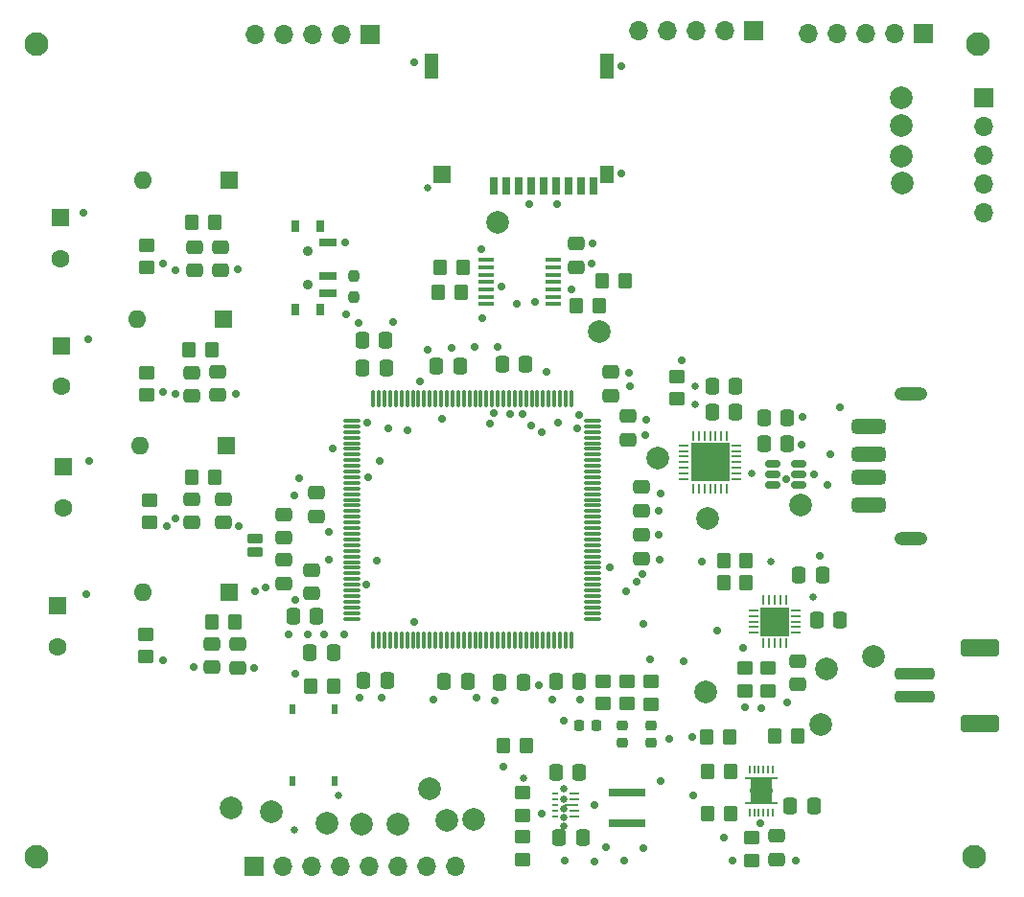
<source format=gts>
%TF.GenerationSoftware,KiCad,Pcbnew,8.0.8*%
%TF.CreationDate,2025-03-13T11:35:54-04:00*%
%TF.ProjectId,ECE477-SeniorDesign,45434534-3737-42d5-9365-6e696f724465,rev?*%
%TF.SameCoordinates,Original*%
%TF.FileFunction,Soldermask,Top*%
%TF.FilePolarity,Negative*%
%FSLAX46Y46*%
G04 Gerber Fmt 4.6, Leading zero omitted, Abs format (unit mm)*
G04 Created by KiCad (PCBNEW 8.0.8) date 2025-03-13 11:35:54*
%MOMM*%
%LPD*%
G01*
G04 APERTURE LIST*
G04 Aperture macros list*
%AMRoundRect*
0 Rectangle with rounded corners*
0 $1 Rounding radius*
0 $2 $3 $4 $5 $6 $7 $8 $9 X,Y pos of 4 corners*
0 Add a 4 corners polygon primitive as box body*
4,1,4,$2,$3,$4,$5,$6,$7,$8,$9,$2,$3,0*
0 Add four circle primitives for the rounded corners*
1,1,$1+$1,$2,$3*
1,1,$1+$1,$4,$5*
1,1,$1+$1,$6,$7*
1,1,$1+$1,$8,$9*
0 Add four rect primitives between the rounded corners*
20,1,$1+$1,$2,$3,$4,$5,0*
20,1,$1+$1,$4,$5,$6,$7,0*
20,1,$1+$1,$6,$7,$8,$9,0*
20,1,$1+$1,$8,$9,$2,$3,0*%
%AMFreePoly0*
4,1,21,-0.300000,0.050000,-0.296194,0.069134,-0.285355,0.085355,-0.269134,0.096194,-0.250000,0.100000,0.250000,0.100000,0.269134,0.096194,0.285355,0.085355,0.296194,0.069134,0.300000,0.050000,0.300000,-0.050000,0.296194,-0.069134,0.285355,-0.085355,0.269134,-0.096194,0.250000,-0.100000,-0.250000,-0.100000,-0.269134,-0.096194,-0.285355,-0.085355,-0.296194,-0.069134,-0.300000,-0.050000,
-0.300000,0.050000,-0.300000,0.050000,$1*%
G04 Aperture macros list end*
%ADD10RoundRect,0.250000X0.450000X-0.350000X0.450000X0.350000X-0.450000X0.350000X-0.450000X-0.350000X0*%
%ADD11RoundRect,0.218750X0.256250X-0.218750X0.256250X0.218750X-0.256250X0.218750X-0.256250X-0.218750X0*%
%ADD12RoundRect,0.218750X-0.218750X-0.256250X0.218750X-0.256250X0.218750X0.256250X-0.218750X0.256250X0*%
%ADD13RoundRect,0.250000X-0.450000X0.350000X-0.450000X-0.350000X0.450000X-0.350000X0.450000X0.350000X0*%
%ADD14RoundRect,0.250000X-0.475000X0.337500X-0.475000X-0.337500X0.475000X-0.337500X0.475000X0.337500X0*%
%ADD15RoundRect,0.250000X0.337500X0.475000X-0.337500X0.475000X-0.337500X-0.475000X0.337500X-0.475000X0*%
%ADD16RoundRect,0.250000X-0.350000X-0.450000X0.350000X-0.450000X0.350000X0.450000X-0.350000X0.450000X0*%
%ADD17C,2.000000*%
%ADD18RoundRect,0.250000X-0.337500X-0.475000X0.337500X-0.475000X0.337500X0.475000X-0.337500X0.475000X0*%
%ADD19R,0.965200X0.254000*%
%ADD20R,0.254000X0.965200*%
%ADD21R,3.352800X3.352800*%
%ADD22RoundRect,0.250000X-0.550000X0.550000X-0.550000X-0.550000X0.550000X-0.550000X0.550000X0.550000X0*%
%ADD23C,1.600000*%
%ADD24RoundRect,0.250000X0.475000X-0.337500X0.475000X0.337500X-0.475000X0.337500X-0.475000X-0.337500X0*%
%ADD25R,1.600000X1.600000*%
%ADD26O,1.600000X1.600000*%
%ADD27RoundRect,0.250000X1.500000X-0.250000X1.500000X0.250000X-1.500000X0.250000X-1.500000X-0.250000X0*%
%ADD28RoundRect,0.250001X1.449999X-0.499999X1.449999X0.499999X-1.449999X0.499999X-1.449999X-0.499999X0*%
%ADD29RoundRect,0.250000X0.350000X0.450000X-0.350000X0.450000X-0.350000X-0.450000X0.350000X-0.450000X0*%
%ADD30R,1.700000X1.700000*%
%ADD31O,1.700000X1.700000*%
%ADD32FreePoly0,90.000000*%
%ADD33RoundRect,0.050000X-0.212500X-0.050000X0.212500X-0.050000X0.212500X0.050000X-0.212500X0.050000X0*%
%ADD34R,1.950000X2.450000*%
%ADD35RoundRect,0.237500X-0.237500X0.250000X-0.237500X-0.250000X0.237500X-0.250000X0.237500X0.250000X0*%
%ADD36C,2.100000*%
%ADD37RoundRect,0.075000X-0.662500X-0.075000X0.662500X-0.075000X0.662500X0.075000X-0.662500X0.075000X0*%
%ADD38RoundRect,0.075000X-0.075000X-0.662500X0.075000X-0.662500X0.075000X0.662500X-0.075000X0.662500X0*%
%ADD39R,0.800000X1.000000*%
%ADD40C,0.900000*%
%ADD41R,1.500000X0.700000*%
%ADD42R,0.254000X0.812800*%
%ADD43R,0.812800X0.254000*%
%ADD44R,2.594000X2.594000*%
%ADD45R,0.558800X0.952500*%
%ADD46R,0.599999X0.249999*%
%ADD47R,0.900001X0.249999*%
%ADD48R,1.300000X0.249999*%
%ADD49R,0.700000X1.600000*%
%ADD50R,1.200000X1.500000*%
%ADD51R,1.200000X2.200000*%
%ADD52R,1.600000X1.500000*%
%ADD53RoundRect,0.325000X1.175000X-0.325000X1.175000X0.325000X-1.175000X0.325000X-1.175000X-0.325000X0*%
%ADD54O,2.900000X1.200000*%
%ADD55RoundRect,0.102000X-0.600000X0.300000X-0.600000X-0.300000X0.600000X-0.300000X0.600000X0.300000X0*%
%ADD56R,1.409700X0.355600*%
%ADD57R,3.200400X0.762000*%
%ADD58RoundRect,0.150000X0.512500X0.150000X-0.512500X0.150000X-0.512500X-0.150000X0.512500X-0.150000X0*%
%ADD59C,0.700000*%
%ADD60C,0.650000*%
G04 APERTURE END LIST*
D10*
%TO.C,R13*%
X171600000Y-79325000D03*
X171600000Y-77325000D03*
%TD*%
D11*
%TO.C,D3*%
X169250000Y-109725000D03*
X169250000Y-108150000D03*
%TD*%
%TO.C,D2*%
X166750000Y-109725000D03*
X166750000Y-108150000D03*
%TD*%
D12*
%TO.C,D1*%
X162925000Y-108225000D03*
X164500000Y-108225000D03*
%TD*%
D13*
%TO.C,R12*%
X169300000Y-104300000D03*
X169300000Y-106300000D03*
%TD*%
%TO.C,R10*%
X167175000Y-106275000D03*
X167175000Y-104275000D03*
%TD*%
%TO.C,R5*%
X165025000Y-106275000D03*
X165025000Y-104275000D03*
%TD*%
D14*
%TO.C,C7*%
X168400000Y-91375000D03*
X168400000Y-93450000D03*
%TD*%
D15*
%TO.C,C9*%
X158000000Y-104350000D03*
X155925000Y-104350000D03*
%TD*%
D14*
%TO.C,C2*%
X136850000Y-89525000D03*
X136850000Y-91600000D03*
%TD*%
D16*
%TO.C,R3*%
X174200000Y-109200000D03*
X176200000Y-109200000D03*
%TD*%
D17*
%TO.C,TP4*%
X146950000Y-116900000D03*
%TD*%
D18*
%TO.C,C1*%
X139175000Y-101750000D03*
X141250000Y-101750000D03*
%TD*%
D14*
%TO.C,C36*%
X128750000Y-77000000D03*
X128750000Y-79075000D03*
%TD*%
D19*
%TO.C,U8*%
X176824100Y-86425900D03*
X176824100Y-85925901D03*
X176824100Y-85425899D03*
X176824100Y-84925900D03*
X176824100Y-84425901D03*
X176824100Y-83925899D03*
X176824100Y-83425900D03*
D20*
X176000000Y-82601800D03*
X175500001Y-82601800D03*
X174999999Y-82601800D03*
X174500000Y-82601800D03*
X174000001Y-82601800D03*
X173499999Y-82601800D03*
X173000000Y-82601800D03*
D19*
X172175900Y-83425900D03*
X172175900Y-83925899D03*
X172175900Y-84425901D03*
X172175900Y-84925900D03*
X172175900Y-85425899D03*
X172175900Y-85925901D03*
X172175900Y-86425900D03*
D20*
X173000000Y-87250000D03*
X173499999Y-87250000D03*
X174000001Y-87250000D03*
X174500000Y-87250000D03*
X174999999Y-87250000D03*
X175500001Y-87250000D03*
X176000000Y-87250000D03*
D21*
X174500000Y-84925900D03*
%TD*%
D10*
%TO.C,R7*%
X157900000Y-120000000D03*
X157900000Y-118000000D03*
%TD*%
D22*
%TO.C,J5*%
X117150000Y-63350000D03*
D23*
X117150000Y-66950000D03*
%TD*%
D10*
%TO.C,R18*%
X177600000Y-105100000D03*
X177600000Y-103100000D03*
%TD*%
D24*
%TO.C,C41*%
X162700000Y-67700000D03*
X162700000Y-65625000D03*
%TD*%
D14*
%TO.C,C37*%
X128750000Y-88175000D03*
X128750000Y-90250000D03*
%TD*%
D25*
%TO.C,D4*%
X132000000Y-60000000D03*
D26*
X124380000Y-60000000D03*
%TD*%
D16*
%TO.C,R16*%
X175700000Y-95600000D03*
X177700000Y-95600000D03*
%TD*%
D27*
%TO.C,J6*%
X192600000Y-105650000D03*
X192600000Y-103650000D03*
D28*
X198350000Y-108000000D03*
X198350000Y-101300000D03*
%TD*%
D15*
%TO.C,C32*%
X176750000Y-80500000D03*
X174675000Y-80500000D03*
%TD*%
D14*
%TO.C,C39*%
X131000000Y-76925000D03*
X131000000Y-79000000D03*
%TD*%
D15*
%TO.C,C20*%
X163250000Y-118050000D03*
X161175000Y-118050000D03*
%TD*%
D18*
%TO.C,C25*%
X181600000Y-115300000D03*
X183675000Y-115300000D03*
%TD*%
D29*
%TO.C,R9*%
X176300000Y-115960000D03*
X174300000Y-115960000D03*
%TD*%
D14*
%TO.C,C27*%
X180400000Y-117960000D03*
X180400000Y-120035000D03*
%TD*%
D30*
%TO.C,J2*%
X144490000Y-47150000D03*
D31*
X141950000Y-47150000D03*
X139410000Y-47150000D03*
X136870000Y-47150000D03*
X134330000Y-47150000D03*
%TD*%
D15*
%TO.C,C10*%
X151025000Y-104250000D03*
X153100000Y-104250000D03*
%TD*%
D32*
%TO.C,U5*%
X178000000Y-115850000D03*
X178400000Y-115850000D03*
X178800000Y-115850000D03*
X179200000Y-115850000D03*
X179600000Y-115850000D03*
X180000000Y-115850000D03*
X180000000Y-112050000D03*
X179600000Y-112050000D03*
X179200000Y-112050000D03*
X178800000Y-112050000D03*
X178400000Y-112050000D03*
X178000000Y-112050000D03*
D33*
X177812500Y-115075000D03*
X180187500Y-115075000D03*
D34*
X179000000Y-113950000D03*
D33*
X177812500Y-112825000D03*
X180187500Y-112825000D03*
%TD*%
D16*
%TO.C,R25*%
X128750000Y-86250000D03*
X130750000Y-86250000D03*
%TD*%
D22*
%TO.C,J9*%
X117250000Y-74650000D03*
D23*
X117250000Y-78250000D03*
%TD*%
D14*
%TO.C,C30*%
X182200000Y-102500000D03*
X182200000Y-104575000D03*
%TD*%
D10*
%TO.C,R4*%
X157900000Y-116150000D03*
X157900000Y-114150000D03*
%TD*%
D15*
%TO.C,C34*%
X176750000Y-78250000D03*
X174675000Y-78250000D03*
%TD*%
D18*
%TO.C,C29*%
X183900000Y-98900000D03*
X185975000Y-98900000D03*
%TD*%
%TO.C,C18*%
X143775000Y-74150000D03*
X145850000Y-74150000D03*
%TD*%
D35*
%TO.C,R2*%
X143000000Y-68475000D03*
X143000000Y-70300000D03*
%TD*%
D36*
%TO.C,H2*%
X115000000Y-119800000D03*
%TD*%
D15*
%TO.C,C12*%
X139750000Y-98550000D03*
X137675000Y-98550000D03*
%TD*%
D16*
%TO.C,R24*%
X128500000Y-75000000D03*
X130500000Y-75000000D03*
%TD*%
D30*
%TO.C,J3*%
X193325000Y-47050000D03*
D31*
X190785000Y-47050000D03*
X188245000Y-47050000D03*
X185705000Y-47050000D03*
X183165000Y-47050000D03*
%TD*%
D24*
%TO.C,C5*%
X167250000Y-82950000D03*
X167250000Y-80875000D03*
%TD*%
D37*
%TO.C,U2*%
X142837500Y-81250000D03*
X142837500Y-81750000D03*
X142837500Y-82250000D03*
X142837500Y-82750000D03*
X142837500Y-83250000D03*
X142837500Y-83750000D03*
X142837500Y-84250000D03*
X142837500Y-84750000D03*
X142837500Y-85250000D03*
X142837500Y-85750000D03*
X142837500Y-86250000D03*
X142837500Y-86750000D03*
X142837500Y-87250000D03*
X142837500Y-87750000D03*
X142837500Y-88250000D03*
X142837500Y-88750000D03*
X142837500Y-89250000D03*
X142837500Y-89750000D03*
X142837500Y-90250000D03*
X142837500Y-90750000D03*
X142837500Y-91250000D03*
X142837500Y-91750000D03*
X142837500Y-92250000D03*
X142837500Y-92750000D03*
X142837500Y-93250000D03*
X142837500Y-93750000D03*
X142837500Y-94250000D03*
X142837500Y-94750000D03*
X142837500Y-95250000D03*
X142837500Y-95750000D03*
X142837500Y-96250000D03*
X142837500Y-96750000D03*
X142837500Y-97250000D03*
X142837500Y-97750000D03*
X142837500Y-98250000D03*
X142837500Y-98750000D03*
D38*
X144750000Y-100662500D03*
X145250000Y-100662500D03*
X145750000Y-100662500D03*
X146250000Y-100662500D03*
X146750000Y-100662500D03*
X147250000Y-100662500D03*
X147750000Y-100662500D03*
X148250000Y-100662500D03*
X148750000Y-100662500D03*
X149250000Y-100662500D03*
X149750000Y-100662500D03*
X150250000Y-100662500D03*
X150750000Y-100662500D03*
X151250000Y-100662500D03*
X151750000Y-100662500D03*
X152250000Y-100662500D03*
X152750000Y-100662500D03*
X153250000Y-100662500D03*
X153750000Y-100662500D03*
X154250000Y-100662500D03*
X154750000Y-100662500D03*
X155250000Y-100662500D03*
X155750000Y-100662500D03*
X156250000Y-100662500D03*
X156750000Y-100662500D03*
X157250000Y-100662500D03*
X157750000Y-100662500D03*
X158250000Y-100662500D03*
X158750000Y-100662500D03*
X159250000Y-100662500D03*
X159750000Y-100662500D03*
X160250000Y-100662500D03*
X160750000Y-100662500D03*
X161250000Y-100662500D03*
X161750000Y-100662500D03*
X162250000Y-100662500D03*
D37*
X164162500Y-98750000D03*
X164162500Y-98250000D03*
X164162500Y-97750000D03*
X164162500Y-97250000D03*
X164162500Y-96750000D03*
X164162500Y-96250000D03*
X164162500Y-95750000D03*
X164162500Y-95250000D03*
X164162500Y-94750000D03*
X164162500Y-94250000D03*
X164162500Y-93750000D03*
X164162500Y-93250000D03*
X164162500Y-92750000D03*
X164162500Y-92250000D03*
X164162500Y-91750000D03*
X164162500Y-91250000D03*
X164162500Y-90750000D03*
X164162500Y-90250000D03*
X164162500Y-89750000D03*
X164162500Y-89250000D03*
X164162500Y-88750000D03*
X164162500Y-88250000D03*
X164162500Y-87750000D03*
X164162500Y-87250000D03*
X164162500Y-86750000D03*
X164162500Y-86250000D03*
X164162500Y-85750000D03*
X164162500Y-85250000D03*
X164162500Y-84750000D03*
X164162500Y-84250000D03*
X164162500Y-83750000D03*
X164162500Y-83250000D03*
X164162500Y-82750000D03*
X164162500Y-82250000D03*
X164162500Y-81750000D03*
X164162500Y-81250000D03*
D38*
X162250000Y-79337500D03*
X161750000Y-79337500D03*
X161250000Y-79337500D03*
X160750000Y-79337500D03*
X160250000Y-79337500D03*
X159750000Y-79337500D03*
X159250000Y-79337500D03*
X158750000Y-79337500D03*
X158250000Y-79337500D03*
X157750000Y-79337500D03*
X157250000Y-79337500D03*
X156750000Y-79337500D03*
X156250000Y-79337500D03*
X155750000Y-79337500D03*
X155250000Y-79337500D03*
X154750000Y-79337500D03*
X154250000Y-79337500D03*
X153750000Y-79337500D03*
X153250000Y-79337500D03*
X152750000Y-79337500D03*
X152250000Y-79337500D03*
X151750000Y-79337500D03*
X151250000Y-79337500D03*
X150750000Y-79337500D03*
X150250000Y-79337500D03*
X149750000Y-79337500D03*
X149250000Y-79337500D03*
X148750000Y-79337500D03*
X148250000Y-79337500D03*
X147750000Y-79337500D03*
X147250000Y-79337500D03*
X146750000Y-79337500D03*
X146250000Y-79337500D03*
X145750000Y-79337500D03*
X145250000Y-79337500D03*
X144750000Y-79337500D03*
%TD*%
D17*
%TO.C,TP2*%
X135750000Y-115800000D03*
%TD*%
D15*
%TO.C,C33*%
X181325000Y-83250000D03*
X179250000Y-83250000D03*
%TD*%
D17*
%TO.C,TP6*%
X140650000Y-116850000D03*
%TD*%
D24*
%TO.C,C14*%
X139700000Y-89700000D03*
X139700000Y-87625000D03*
%TD*%
%TO.C,C13*%
X139350000Y-96500000D03*
X139350000Y-94425000D03*
%TD*%
D14*
%TO.C,C6*%
X168400000Y-87125000D03*
X168400000Y-89200000D03*
%TD*%
D30*
%TO.C,J1*%
X198650000Y-52720000D03*
D31*
X198650000Y-55260000D03*
X198650000Y-57800000D03*
X198650000Y-60340000D03*
X198650000Y-62880000D03*
%TD*%
D15*
%TO.C,C19*%
X162975000Y-112350000D03*
X160900000Y-112350000D03*
%TD*%
D24*
%TO.C,C4*%
X165750000Y-79050000D03*
X165750000Y-76975000D03*
%TD*%
D14*
%TO.C,C38*%
X131250000Y-65925000D03*
X131250000Y-68000000D03*
%TD*%
D22*
%TO.C,J10*%
X117350000Y-85350000D03*
D23*
X117350000Y-88950000D03*
%TD*%
D39*
%TO.C,SWBOOT1*%
X140100000Y-64100000D03*
X137890000Y-64100000D03*
D40*
X138990000Y-66250000D03*
X138990000Y-69250000D03*
D39*
X140100000Y-71400000D03*
X137890000Y-71400000D03*
D41*
X140750000Y-65500000D03*
X140750000Y-68500000D03*
X140750000Y-70000000D03*
%TD*%
D15*
%TO.C,C8*%
X162950000Y-104300000D03*
X160875000Y-104300000D03*
%TD*%
D25*
%TO.C,D6*%
X131750000Y-83500000D03*
D26*
X124130000Y-83500000D03*
%TD*%
D29*
%TO.C,R1*%
X141250000Y-104750000D03*
X139250000Y-104750000D03*
%TD*%
D18*
%TO.C,C28*%
X182362500Y-94900000D03*
X184437500Y-94900000D03*
%TD*%
D13*
%TO.C,R22*%
X125000000Y-88250000D03*
X125000000Y-90250000D03*
%TD*%
D42*
%TO.C,U6*%
X181200001Y-97107700D03*
X180699999Y-97107700D03*
X180200000Y-97107700D03*
X179700001Y-97107700D03*
X179199999Y-97107700D03*
D43*
X178307700Y-97999999D03*
X178307700Y-98500001D03*
X178307700Y-99000000D03*
X178307700Y-99499999D03*
X178307700Y-100000001D03*
D42*
X179199999Y-100892300D03*
X179700001Y-100892300D03*
X180200000Y-100892300D03*
X180699999Y-100892300D03*
X181200001Y-100892300D03*
D43*
X182092300Y-100000001D03*
X182092300Y-99499999D03*
X182092300Y-99000000D03*
X182092300Y-98500001D03*
X182092300Y-97999999D03*
D44*
X180200000Y-99000000D03*
%TD*%
D25*
%TO.C,D5*%
X131560000Y-72250000D03*
D26*
X123940000Y-72250000D03*
%TD*%
D24*
%TO.C,C3*%
X136850000Y-95625000D03*
X136850000Y-93550000D03*
%TD*%
D17*
%TO.C,TP5*%
X149700000Y-113800000D03*
%TD*%
D16*
%TO.C,R19*%
X150500000Y-69900000D03*
X152500000Y-69900000D03*
%TD*%
D36*
%TO.C,H4*%
X197850000Y-119800000D03*
%TD*%
D45*
%TO.C,U1*%
X141308400Y-106737300D03*
X141308400Y-113100000D03*
X137600000Y-106737300D03*
X137600000Y-113100000D03*
%TD*%
D16*
%TO.C,R15*%
X174300000Y-112260000D03*
X176300000Y-112260000D03*
%TD*%
D13*
%TO.C,R20*%
X124750000Y-65750000D03*
X124750000Y-67750000D03*
%TD*%
D16*
%TO.C,R26*%
X165000000Y-68900000D03*
X167000000Y-68900000D03*
%TD*%
D36*
%TO.C,H1*%
X115000000Y-48000000D03*
%TD*%
D46*
%TO.C,U10*%
X160824999Y-114224998D03*
X160824999Y-114725000D03*
X160824999Y-115224999D03*
X160824999Y-115724998D03*
X160824999Y-116225000D03*
D47*
X162475001Y-116225000D03*
X162475001Y-115724998D03*
D48*
X162274999Y-115224999D03*
D47*
X162475001Y-114725000D03*
X162475001Y-114224998D03*
%TD*%
D16*
%TO.C,R14*%
X175700000Y-93600000D03*
X177700000Y-93600000D03*
%TD*%
D17*
%TO.C,TP3*%
X132200000Y-115450000D03*
%TD*%
D36*
%TO.C,H3*%
X198150000Y-47950000D03*
%TD*%
D16*
%TO.C,R27*%
X162700000Y-71100000D03*
X164700000Y-71100000D03*
%TD*%
D13*
%TO.C,R21*%
X124750000Y-77000000D03*
X124750000Y-79000000D03*
%TD*%
D49*
%TO.C,CARD1*%
X155400000Y-60500000D03*
X156500000Y-60500000D03*
X157600000Y-60500000D03*
X158700000Y-60500000D03*
X159800000Y-60500000D03*
X160900000Y-60500000D03*
X162000000Y-60500000D03*
X163100000Y-60500000D03*
X164200000Y-60500000D03*
D50*
X165400000Y-59500000D03*
D51*
X165400000Y-49900000D03*
D52*
X150800000Y-59500000D03*
D51*
X149900000Y-49900000D03*
%TD*%
D13*
%TO.C,R17*%
X179600000Y-103100000D03*
X179600000Y-105100000D03*
%TD*%
D16*
%TO.C,R23*%
X128750000Y-63750000D03*
X130750000Y-63750000D03*
%TD*%
D30*
%TO.C,J4*%
X178380000Y-46800000D03*
D31*
X175840000Y-46800000D03*
X173300000Y-46800000D03*
X170760000Y-46800000D03*
X168220000Y-46800000D03*
%TD*%
D22*
%TO.C,J12*%
X116900000Y-97600000D03*
D23*
X116900000Y-101200000D03*
%TD*%
D53*
%TO.C,J7*%
X188510000Y-88750000D03*
X188510000Y-86250000D03*
X188510000Y-84250000D03*
X188510000Y-81750000D03*
D54*
X192210000Y-91650000D03*
X192210000Y-78850000D03*
%TD*%
D55*
%TO.C,Y1*%
X134350000Y-91700000D03*
X134350000Y-92900000D03*
%TD*%
D16*
%TO.C,R29*%
X130550000Y-99025000D03*
X132550000Y-99025000D03*
%TD*%
%TO.C,R11*%
X180200000Y-109100000D03*
X182200000Y-109100000D03*
%TD*%
D15*
%TO.C,C31*%
X181325000Y-81000000D03*
X179250000Y-81000000D03*
%TD*%
D16*
%TO.C,Rr1*%
X150700000Y-67700000D03*
X152700000Y-67700000D03*
%TD*%
D15*
%TO.C,C11*%
X146000000Y-104200000D03*
X143925000Y-104200000D03*
%TD*%
D16*
%TO.C,R6*%
X156250000Y-110000000D03*
X158250000Y-110000000D03*
%TD*%
D18*
%TO.C,C17*%
X158225000Y-76300000D03*
X156150000Y-76300000D03*
%TD*%
D56*
%TO.C,U9*%
X154715950Y-67064899D03*
X154715950Y-67714900D03*
X154715950Y-68364901D03*
X154715950Y-69014900D03*
X154715950Y-69664899D03*
X154715950Y-70314900D03*
X154715950Y-70964899D03*
X160621450Y-70964901D03*
X160621450Y-70314900D03*
X160621450Y-69664901D03*
X160621450Y-69014900D03*
X160621450Y-68364901D03*
X160621450Y-67714900D03*
X160621450Y-67064901D03*
%TD*%
D14*
%TO.C,C35*%
X129000000Y-65925000D03*
X129000000Y-68000000D03*
%TD*%
D30*
%TO.C,EinkDispCon1*%
X134240000Y-120600000D03*
D31*
X136780000Y-120600000D03*
X139320000Y-120600000D03*
X141860000Y-120600000D03*
X144400000Y-120600000D03*
X146940000Y-120600000D03*
X149480000Y-120600000D03*
X152020000Y-120600000D03*
%TD*%
D17*
%TO.C,TP1*%
X143750000Y-116900000D03*
%TD*%
D14*
%TO.C,C40*%
X131500000Y-88175000D03*
X131500000Y-90250000D03*
%TD*%
D13*
%TO.C,R8*%
X178200000Y-118100000D03*
X178200000Y-120100000D03*
%TD*%
D25*
%TO.C,D7*%
X132030499Y-96400000D03*
D26*
X124410499Y-96400000D03*
%TD*%
D18*
%TO.C,C15*%
X143825000Y-76600000D03*
X145900000Y-76600000D03*
%TD*%
D14*
%TO.C,C43*%
X132800000Y-101025000D03*
X132800000Y-103100000D03*
%TD*%
D13*
%TO.C,R28*%
X124700000Y-100100000D03*
X124700000Y-102100000D03*
%TD*%
D18*
%TO.C,C16*%
X150325000Y-76450000D03*
X152400000Y-76450000D03*
%TD*%
D57*
%TO.C,L1*%
X167153700Y-114100000D03*
X167153700Y-116792400D03*
%TD*%
D58*
%TO.C,U7*%
X182337500Y-86950000D03*
X182337500Y-86000000D03*
X182337500Y-85050000D03*
X180062500Y-85050000D03*
X180062500Y-86000000D03*
X180062500Y-86950000D03*
%TD*%
D14*
%TO.C,C42*%
X130550000Y-100950000D03*
X130550000Y-103025000D03*
%TD*%
D59*
X171975000Y-75900000D03*
X140825000Y-91075000D03*
X161550000Y-107725000D03*
X170875000Y-109375000D03*
X161000000Y-62100000D03*
X158500000Y-62100000D03*
X154350000Y-72200000D03*
X134269501Y-103125001D03*
X126200000Y-102400000D03*
X128869501Y-103025001D03*
X161700000Y-120150000D03*
X164300000Y-120200000D03*
X166950000Y-120100000D03*
X168600000Y-119050000D03*
X165300000Y-118950000D03*
X182100000Y-120100000D03*
X176500000Y-120100000D03*
X172900000Y-109200000D03*
X145500000Y-105750000D03*
X143550000Y-105750000D03*
X140800000Y-93550000D03*
X137900000Y-97100000D03*
X149600000Y-75000000D03*
X151700000Y-74800000D03*
X160050000Y-76950000D03*
X155750000Y-74700000D03*
X147800000Y-82100000D03*
X144350000Y-86250000D03*
X153700000Y-74750000D03*
X157400000Y-70900000D03*
X162800000Y-81900000D03*
D17*
X191350000Y-55200000D03*
X169850000Y-84550000D03*
X174300000Y-89900000D03*
D59*
X162900000Y-80782806D03*
D17*
X191400000Y-52750000D03*
D59*
X155100000Y-81500000D03*
D17*
X164700000Y-73400000D03*
D59*
X145100000Y-93600000D03*
D17*
X191400000Y-57850000D03*
D59*
X142200000Y-100100000D03*
X183700000Y-86000000D03*
D60*
X178200000Y-85900000D03*
D17*
X174500000Y-84925900D03*
D59*
X148400000Y-49600000D03*
X144100000Y-95700000D03*
X177400000Y-101300000D03*
X162300000Y-69700000D03*
X170000000Y-89250000D03*
X182600000Y-83400000D03*
X132800000Y-67900000D03*
X154300000Y-66100000D03*
X182700000Y-80900000D03*
X186000000Y-80100000D03*
X179000000Y-106650000D03*
X135250000Y-95950000D03*
X139000000Y-100100000D03*
X127300000Y-68000000D03*
X167350000Y-77050000D03*
D60*
X141700000Y-114400000D03*
D59*
X166700000Y-49900000D03*
D17*
X180200000Y-99000000D03*
D60*
X161175000Y-118050000D03*
X158000000Y-112850000D03*
D59*
X137750000Y-87850000D03*
X178900000Y-116800000D03*
D60*
X161550000Y-117050000D03*
D59*
X132600000Y-78900000D03*
D17*
X188900000Y-102100000D03*
D60*
X161550000Y-115550000D03*
X161550000Y-116300000D03*
D17*
X191450000Y-60250000D03*
D59*
X127300000Y-78900000D03*
X181300000Y-106150000D03*
X137250000Y-100150000D03*
X160600000Y-105900000D03*
X126500000Y-90600000D03*
X168900000Y-81150000D03*
D17*
X179000000Y-113950000D03*
D59*
X156100000Y-69400000D03*
D60*
X179900000Y-93700000D03*
D59*
X177600000Y-106600000D03*
D60*
X161550000Y-114700000D03*
X160900000Y-112350000D03*
D59*
X127300000Y-89900000D03*
X150100000Y-105900000D03*
X173800000Y-93700000D03*
X170050000Y-93550000D03*
D60*
X173200000Y-79800000D03*
D17*
X151250000Y-116550000D03*
D59*
X164000000Y-67400000D03*
D60*
X161600000Y-113800000D03*
D59*
X164300000Y-115200000D03*
X184200000Y-93200000D03*
D60*
X173200000Y-78200000D03*
D59*
X132900000Y-90600000D03*
X155450000Y-105950000D03*
X146500000Y-72550000D03*
X142300000Y-65500000D03*
X166700000Y-59400000D03*
X126200000Y-67400000D03*
X126200000Y-78700000D03*
D60*
X149600000Y-60700000D03*
D59*
X156800000Y-80700000D03*
D60*
X183600000Y-96800000D03*
D17*
X174100000Y-105200000D03*
D59*
X148400000Y-99000000D03*
D60*
X137750000Y-117400000D03*
D59*
X144200000Y-81450000D03*
X148900000Y-77750000D03*
X168600000Y-99200000D03*
X167050000Y-96350000D03*
X146050000Y-81900000D03*
X155400000Y-80600000D03*
D17*
X153650000Y-116500000D03*
D59*
X143500000Y-72650000D03*
X167400000Y-78250000D03*
X140400000Y-100150000D03*
X119200000Y-62900000D03*
X153900000Y-105750000D03*
X141200000Y-83700000D03*
X170150000Y-87700000D03*
X142400000Y-71900000D03*
X119600000Y-74100000D03*
X119450000Y-96600000D03*
X168800000Y-82500000D03*
X119700000Y-84800000D03*
X137900000Y-103600000D03*
X159400000Y-104650000D03*
X163050000Y-105900000D03*
X164100000Y-65600000D03*
X169950000Y-91300000D03*
X145300000Y-84800000D03*
X150800000Y-81100000D03*
D17*
X184800000Y-103200000D03*
X184300000Y-108100000D03*
D59*
X175150000Y-99800000D03*
D17*
X182500000Y-88700000D03*
D59*
X181200000Y-86400000D03*
X170125000Y-113125000D03*
X168050000Y-95450000D03*
X161100000Y-81400000D03*
X157900000Y-80700000D03*
X158660000Y-81674386D03*
X159600000Y-82300000D03*
X173050000Y-114400000D03*
X165650000Y-94250000D03*
X169200000Y-102350000D03*
X172200000Y-102550000D03*
X168550000Y-94800000D03*
X175750000Y-118100000D03*
X138250000Y-86300000D03*
X134350000Y-96350000D03*
X184900000Y-86950000D03*
X185100000Y-84250000D03*
X159000000Y-70800000D03*
D17*
X155700000Y-63700000D03*
D59*
X159650000Y-116000000D03*
X156250000Y-111850000D03*
M02*

</source>
